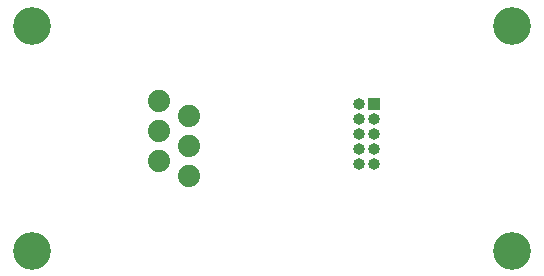
<source format=gbr>
%TF.GenerationSoftware,KiCad,Pcbnew,7.0.10-7.0.10~ubuntu22.04.1*%
%TF.CreationDate,2024-01-31T09:21:12+05:30*%
%TF.ProjectId,bir-pms7003-rj11,6269722d-706d-4733-9730-30332d726a31,rev?*%
%TF.SameCoordinates,Original*%
%TF.FileFunction,Soldermask,Bot*%
%TF.FilePolarity,Negative*%
%FSLAX46Y46*%
G04 Gerber Fmt 4.6, Leading zero omitted, Abs format (unit mm)*
G04 Created by KiCad (PCBNEW 7.0.10-7.0.10~ubuntu22.04.1) date 2024-01-31 09:21:12*
%MOMM*%
%LPD*%
G01*
G04 APERTURE LIST*
%ADD10C,1.879600*%
%ADD11R,1.000000X1.000000*%
%ADD12O,1.000000X1.000000*%
%ADD13C,3.200000*%
G04 APERTURE END LIST*
D10*
%TO.C,J1*%
X83132600Y-58426600D03*
X80592600Y-57156600D03*
X83132600Y-55886600D03*
X80592600Y-54616600D03*
X83132600Y-53346600D03*
X80592600Y-52076600D03*
%TD*%
D11*
%TO.C,J2*%
X98806000Y-52324000D03*
D12*
X97536000Y-52324000D03*
X98806000Y-53594000D03*
X97536000Y-53594000D03*
X98806000Y-54864000D03*
X97536000Y-54864000D03*
X98806000Y-56134000D03*
X97536000Y-56134000D03*
X98806000Y-57404000D03*
X97536000Y-57404000D03*
%TD*%
D13*
%TO.C,REF\u002A\u002A*%
X110490000Y-45720000D03*
%TD*%
%TO.C,REF\u002A\u002A*%
X69850000Y-45720000D03*
%TD*%
%TO.C,REF\u002A\u002A*%
X69850000Y-64770000D03*
%TD*%
%TO.C,REF\u002A\u002A*%
X110490000Y-64770000D03*
%TD*%
M02*

</source>
